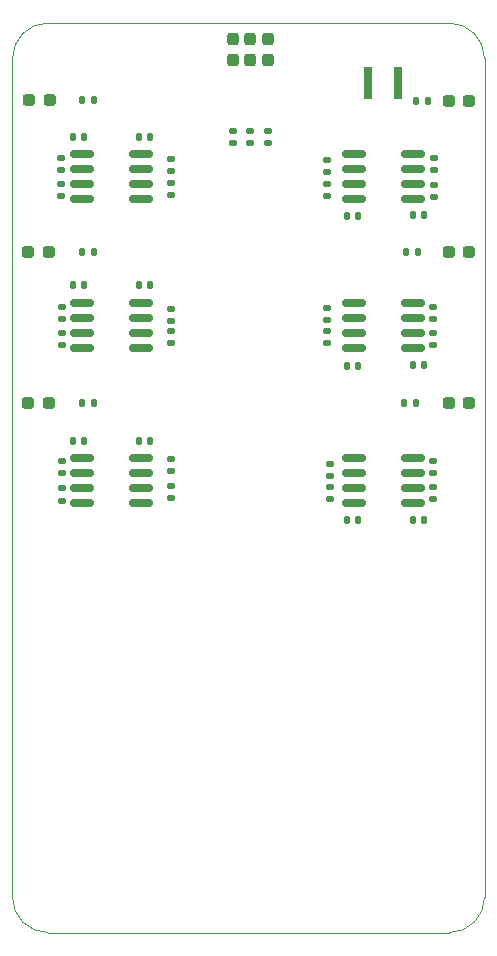
<source format=gbr>
%TF.GenerationSoftware,KiCad,Pcbnew,7.0.7*%
%TF.CreationDate,2024-10-30T15:42:32+00:00*%
%TF.ProjectId,Ponder-Pico2,506f6e64-6572-42d5-9069-636f322e6b69,0.1*%
%TF.SameCoordinates,Original*%
%TF.FileFunction,Paste,Bot*%
%TF.FilePolarity,Positive*%
%FSLAX46Y46*%
G04 Gerber Fmt 4.6, Leading zero omitted, Abs format (unit mm)*
G04 Created by KiCad (PCBNEW 7.0.7) date 2024-10-30 15:42:32*
%MOMM*%
%LPD*%
G01*
G04 APERTURE LIST*
G04 Aperture macros list*
%AMRoundRect*
0 Rectangle with rounded corners*
0 $1 Rounding radius*
0 $2 $3 $4 $5 $6 $7 $8 $9 X,Y pos of 4 corners*
0 Add a 4 corners polygon primitive as box body*
4,1,4,$2,$3,$4,$5,$6,$7,$8,$9,$2,$3,0*
0 Add four circle primitives for the rounded corners*
1,1,$1+$1,$2,$3*
1,1,$1+$1,$4,$5*
1,1,$1+$1,$6,$7*
1,1,$1+$1,$8,$9*
0 Add four rect primitives between the rounded corners*
20,1,$1+$1,$2,$3,$4,$5,0*
20,1,$1+$1,$4,$5,$6,$7,0*
20,1,$1+$1,$6,$7,$8,$9,0*
20,1,$1+$1,$8,$9,$2,$3,0*%
G04 Aperture macros list end*
%ADD10RoundRect,0.135000X-0.185000X0.135000X-0.185000X-0.135000X0.185000X-0.135000X0.185000X0.135000X0*%
%ADD11RoundRect,0.237500X-0.287500X-0.237500X0.287500X-0.237500X0.287500X0.237500X-0.287500X0.237500X0*%
%ADD12RoundRect,0.140000X0.140000X0.170000X-0.140000X0.170000X-0.140000X-0.170000X0.140000X-0.170000X0*%
%ADD13RoundRect,0.135000X0.185000X-0.135000X0.185000X0.135000X-0.185000X0.135000X-0.185000X-0.135000X0*%
%ADD14RoundRect,0.150000X0.825000X0.150000X-0.825000X0.150000X-0.825000X-0.150000X0.825000X-0.150000X0*%
%ADD15RoundRect,0.135000X-0.135000X-0.185000X0.135000X-0.185000X0.135000X0.185000X-0.135000X0.185000X0*%
%ADD16RoundRect,0.237500X0.287500X0.237500X-0.287500X0.237500X-0.287500X-0.237500X0.287500X-0.237500X0*%
%ADD17RoundRect,0.140000X-0.140000X-0.170000X0.140000X-0.170000X0.140000X0.170000X-0.140000X0.170000X0*%
%ADD18RoundRect,0.150000X-0.825000X-0.150000X0.825000X-0.150000X0.825000X0.150000X-0.825000X0.150000X0*%
%ADD19RoundRect,0.135000X0.135000X0.185000X-0.135000X0.185000X-0.135000X-0.185000X0.135000X-0.185000X0*%
%ADD20RoundRect,0.237500X-0.237500X0.287500X-0.237500X-0.287500X0.237500X-0.287500X0.237500X0.287500X0*%
%ADD21R,0.780000X2.835000*%
%ADD22R,0.740000X2.835000*%
%TA.AperFunction,Profile*%
%ADD23C,0.100000*%
%TD*%
G04 APERTURE END LIST*
D10*
%TO.C,R14*%
X124800000Y-110090000D03*
X124800000Y-111110000D03*
%TD*%
D11*
%TO.C,D1*%
X122025000Y-79500000D03*
X123775000Y-79500000D03*
%TD*%
D12*
%TO.C,C29*%
X149880000Y-101995000D03*
X148920000Y-101995000D03*
%TD*%
D13*
%TO.C,R38*%
X147200000Y-85600000D03*
X147200000Y-84580000D03*
%TD*%
D14*
%TO.C,U4*%
X131475000Y-84095000D03*
X131475000Y-85365000D03*
X131475000Y-86635000D03*
X131475000Y-87905000D03*
X126525000Y-87905000D03*
X126525000Y-86635000D03*
X126525000Y-85365000D03*
X126525000Y-84095000D03*
%TD*%
D12*
%TO.C,C30*%
X149880000Y-89295000D03*
X148920000Y-89295000D03*
%TD*%
%TO.C,C22*%
X126680000Y-82600000D03*
X125720000Y-82600000D03*
%TD*%
D13*
%TO.C,R42*%
X142250000Y-83110000D03*
X142250000Y-82090000D03*
%TD*%
D15*
%TO.C,R34*%
X153890000Y-92400000D03*
X154910000Y-92400000D03*
%TD*%
D13*
%TO.C,R11*%
X124750000Y-87650000D03*
X124750000Y-86630000D03*
%TD*%
D10*
%TO.C,R33*%
X147500000Y-112290000D03*
X147500000Y-113310000D03*
%TD*%
%TO.C,R26*%
X134000000Y-99090000D03*
X134000000Y-100110000D03*
%TD*%
D12*
%TO.C,C27*%
X126680000Y-108400000D03*
X125720000Y-108400000D03*
%TD*%
D10*
%TO.C,R21*%
X156300000Y-84385000D03*
X156300000Y-85405000D03*
%TD*%
D16*
%TO.C,D4*%
X159275000Y-105200000D03*
X157525000Y-105200000D03*
%TD*%
D14*
%TO.C,U5*%
X131475000Y-96690000D03*
X131475000Y-97960000D03*
X131475000Y-99230000D03*
X131475000Y-100500000D03*
X126525000Y-100500000D03*
X126525000Y-99230000D03*
X126525000Y-97960000D03*
X126525000Y-96690000D03*
%TD*%
D10*
%TO.C,R37*%
X147200000Y-99090000D03*
X147200000Y-100110000D03*
%TD*%
D17*
%TO.C,C28*%
X154520000Y-115100000D03*
X155480000Y-115100000D03*
%TD*%
D10*
%TO.C,R23*%
X134000000Y-86490000D03*
X134000000Y-87510000D03*
%TD*%
%TO.C,R19*%
X156200000Y-96990000D03*
X156200000Y-98010000D03*
%TD*%
D13*
%TO.C,R27*%
X134000000Y-98210000D03*
X134000000Y-97190000D03*
%TD*%
%TO.C,R18*%
X156200000Y-100210000D03*
X156200000Y-99190000D03*
%TD*%
D10*
%TO.C,R10*%
X124750000Y-84390000D03*
X124750000Y-85410000D03*
%TD*%
D15*
%TO.C,R35*%
X154790000Y-79600000D03*
X155810000Y-79600000D03*
%TD*%
D13*
%TO.C,R30*%
X134000000Y-110910000D03*
X134000000Y-109890000D03*
%TD*%
%TO.C,R40*%
X139250000Y-83110000D03*
X139250000Y-82090000D03*
%TD*%
D18*
%TO.C,U9*%
X149525000Y-87905000D03*
X149525000Y-86635000D03*
X149525000Y-85365000D03*
X149525000Y-84095000D03*
X154475000Y-84095000D03*
X154475000Y-85365000D03*
X154475000Y-86635000D03*
X154475000Y-87905000D03*
%TD*%
D13*
%TO.C,R32*%
X147500000Y-111310000D03*
X147500000Y-110290000D03*
%TD*%
%TO.C,R15*%
X124800000Y-113415000D03*
X124800000Y-112395000D03*
%TD*%
D10*
%TO.C,R39*%
X147200000Y-86580000D03*
X147200000Y-87600000D03*
%TD*%
D11*
%TO.C,D3*%
X121925000Y-105200000D03*
X123675000Y-105200000D03*
%TD*%
D12*
%TO.C,C24*%
X126680000Y-95200000D03*
X125720000Y-95200000D03*
%TD*%
D17*
%TO.C,C31*%
X154520000Y-101900000D03*
X155480000Y-101900000D03*
%TD*%
D19*
%TO.C,R25*%
X127510000Y-92400000D03*
X126490000Y-92400000D03*
%TD*%
D20*
%TO.C,D9*%
X142250000Y-74375000D03*
X142250000Y-76125000D03*
%TD*%
D18*
%TO.C,U7*%
X149525000Y-113610000D03*
X149525000Y-112340000D03*
X149525000Y-111070000D03*
X149525000Y-109800000D03*
X154475000Y-109800000D03*
X154475000Y-111070000D03*
X154475000Y-112340000D03*
X154475000Y-113610000D03*
%TD*%
D13*
%TO.C,R36*%
X147200000Y-98110000D03*
X147200000Y-97090000D03*
%TD*%
D20*
%TO.C,D7*%
X139250000Y-74375000D03*
X139250000Y-76125000D03*
%TD*%
D17*
%TO.C,C21*%
X131320000Y-82600000D03*
X132280000Y-82600000D03*
%TD*%
D10*
%TO.C,R29*%
X134000000Y-112200000D03*
X134000000Y-113220000D03*
%TD*%
D12*
%TO.C,C26*%
X149880000Y-115100000D03*
X148920000Y-115100000D03*
%TD*%
D18*
%TO.C,U8*%
X149525000Y-100500000D03*
X149525000Y-99230000D03*
X149525000Y-97960000D03*
X149525000Y-96690000D03*
X154475000Y-96690000D03*
X154475000Y-97960000D03*
X154475000Y-99230000D03*
X154475000Y-100500000D03*
%TD*%
D21*
%TO.C,J10*%
X153220000Y-78032500D03*
D22*
X150700000Y-78032500D03*
%TD*%
D13*
%TO.C,R16*%
X156200000Y-113310000D03*
X156200000Y-112290000D03*
%TD*%
%TO.C,R13*%
X124800000Y-100210000D03*
X124800000Y-99190000D03*
%TD*%
D20*
%TO.C,D8*%
X140750000Y-74375000D03*
X140750000Y-76125000D03*
%TD*%
D15*
%TO.C,R31*%
X153780000Y-105200000D03*
X154800000Y-105200000D03*
%TD*%
D10*
%TO.C,R17*%
X156200000Y-110090000D03*
X156200000Y-111110000D03*
%TD*%
D11*
%TO.C,D2*%
X121925000Y-92400000D03*
X123675000Y-92400000D03*
%TD*%
D10*
%TO.C,R12*%
X124800000Y-96990000D03*
X124800000Y-98010000D03*
%TD*%
D16*
%TO.C,D6*%
X159275000Y-79600000D03*
X157525000Y-79600000D03*
%TD*%
%TO.C,D5*%
X159275000Y-92400000D03*
X157525000Y-92400000D03*
%TD*%
D12*
%TO.C,C25*%
X132280000Y-108400000D03*
X131320000Y-108400000D03*
%TD*%
D17*
%TO.C,C32*%
X154520000Y-89200000D03*
X155480000Y-89200000D03*
%TD*%
D13*
%TO.C,R20*%
X156300000Y-87710000D03*
X156300000Y-86690000D03*
%TD*%
D14*
%TO.C,U6*%
X131475000Y-109800000D03*
X131475000Y-111070000D03*
X131475000Y-112340000D03*
X131475000Y-113610000D03*
X126525000Y-113610000D03*
X126525000Y-112340000D03*
X126525000Y-111070000D03*
X126525000Y-109800000D03*
%TD*%
D19*
%TO.C,R22*%
X127510000Y-79500000D03*
X126490000Y-79500000D03*
%TD*%
D13*
%TO.C,R41*%
X140750000Y-83110000D03*
X140750000Y-82090000D03*
%TD*%
D12*
%TO.C,C23*%
X132280000Y-95200000D03*
X131320000Y-95200000D03*
%TD*%
D19*
%TO.C,R28*%
X127510000Y-105200000D03*
X126490000Y-105200000D03*
%TD*%
D13*
%TO.C,R24*%
X134000000Y-85510000D03*
X134000000Y-84490000D03*
%TD*%
D23*
X120600000Y-146987500D02*
X120600000Y-75985000D01*
X160575000Y-75985000D02*
G75*
G03*
X157575000Y-72985000I-3000000J0D01*
G01*
X123600000Y-72985000D02*
G75*
G03*
X120600000Y-75985000I0J-3000000D01*
G01*
X120600000Y-146987500D02*
G75*
G03*
X123612500Y-150000000I3012500J0D01*
G01*
X123600000Y-72985000D02*
X157575000Y-72985000D01*
X157587500Y-150000000D02*
G75*
G03*
X160575000Y-147012500I0J2987500D01*
G01*
X157587500Y-150000000D02*
X123612500Y-150000000D01*
X160575000Y-75985000D02*
X160575000Y-147012500D01*
M02*

</source>
